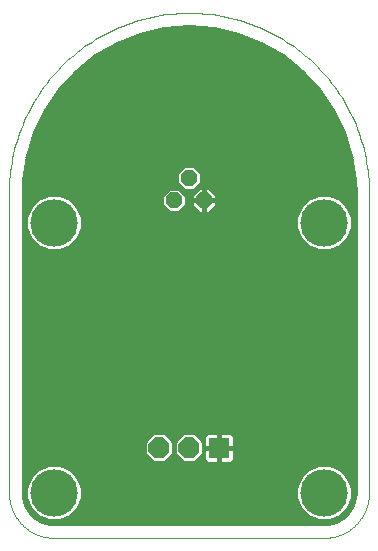
<source format=gbl>
G75*
%MOIN*%
%OFA0B0*%
%FSLAX25Y25*%
%IPPOS*%
%LPD*%
%AMOC8*
5,1,8,0,0,1.08239X$1,22.5*
%
%ADD10OC8,0.05200*%
%ADD11C,0.15811*%
%ADD12C,0.00000*%
%ADD13OC8,0.07000*%
%ADD14R,0.07000X0.07000*%
%ADD15C,0.01000*%
D10*
X0056500Y0114000D03*
X0061500Y0121500D03*
X0066500Y0114000D03*
D11*
X0106500Y0106500D03*
X0106500Y0016500D03*
X0016500Y0016500D03*
X0016500Y0106500D03*
D12*
X0001500Y0116500D02*
X0001500Y0016500D01*
X0001504Y0016138D01*
X0001518Y0015775D01*
X0001539Y0015413D01*
X0001570Y0015052D01*
X0001609Y0014692D01*
X0001657Y0014333D01*
X0001714Y0013975D01*
X0001779Y0013618D01*
X0001853Y0013263D01*
X0001936Y0012910D01*
X0002027Y0012559D01*
X0002126Y0012211D01*
X0002234Y0011865D01*
X0002350Y0011521D01*
X0002475Y0011181D01*
X0002607Y0010844D01*
X0002748Y0010510D01*
X0002897Y0010179D01*
X0003054Y0009852D01*
X0003218Y0009529D01*
X0003390Y0009210D01*
X0003570Y0008896D01*
X0003758Y0008585D01*
X0003953Y0008280D01*
X0004155Y0007979D01*
X0004365Y0007683D01*
X0004581Y0007393D01*
X0004805Y0007107D01*
X0005035Y0006827D01*
X0005272Y0006553D01*
X0005516Y0006285D01*
X0005766Y0006022D01*
X0006022Y0005766D01*
X0006285Y0005516D01*
X0006553Y0005272D01*
X0006827Y0005035D01*
X0007107Y0004805D01*
X0007393Y0004581D01*
X0007683Y0004365D01*
X0007979Y0004155D01*
X0008280Y0003953D01*
X0008585Y0003758D01*
X0008896Y0003570D01*
X0009210Y0003390D01*
X0009529Y0003218D01*
X0009852Y0003054D01*
X0010179Y0002897D01*
X0010510Y0002748D01*
X0010844Y0002607D01*
X0011181Y0002475D01*
X0011521Y0002350D01*
X0011865Y0002234D01*
X0012211Y0002126D01*
X0012559Y0002027D01*
X0012910Y0001936D01*
X0013263Y0001853D01*
X0013618Y0001779D01*
X0013975Y0001714D01*
X0014333Y0001657D01*
X0014692Y0001609D01*
X0015052Y0001570D01*
X0015413Y0001539D01*
X0015775Y0001518D01*
X0016138Y0001504D01*
X0016500Y0001500D01*
X0106500Y0001500D01*
X0106862Y0001504D01*
X0107225Y0001518D01*
X0107587Y0001539D01*
X0107948Y0001570D01*
X0108308Y0001609D01*
X0108667Y0001657D01*
X0109025Y0001714D01*
X0109382Y0001779D01*
X0109737Y0001853D01*
X0110090Y0001936D01*
X0110441Y0002027D01*
X0110789Y0002126D01*
X0111135Y0002234D01*
X0111479Y0002350D01*
X0111819Y0002475D01*
X0112156Y0002607D01*
X0112490Y0002748D01*
X0112821Y0002897D01*
X0113148Y0003054D01*
X0113471Y0003218D01*
X0113790Y0003390D01*
X0114104Y0003570D01*
X0114415Y0003758D01*
X0114720Y0003953D01*
X0115021Y0004155D01*
X0115317Y0004365D01*
X0115607Y0004581D01*
X0115893Y0004805D01*
X0116173Y0005035D01*
X0116447Y0005272D01*
X0116715Y0005516D01*
X0116978Y0005766D01*
X0117234Y0006022D01*
X0117484Y0006285D01*
X0117728Y0006553D01*
X0117965Y0006827D01*
X0118195Y0007107D01*
X0118419Y0007393D01*
X0118635Y0007683D01*
X0118845Y0007979D01*
X0119047Y0008280D01*
X0119242Y0008585D01*
X0119430Y0008896D01*
X0119610Y0009210D01*
X0119782Y0009529D01*
X0119946Y0009852D01*
X0120103Y0010179D01*
X0120252Y0010510D01*
X0120393Y0010844D01*
X0120525Y0011181D01*
X0120650Y0011521D01*
X0120766Y0011865D01*
X0120874Y0012211D01*
X0120973Y0012559D01*
X0121064Y0012910D01*
X0121147Y0013263D01*
X0121221Y0013618D01*
X0121286Y0013975D01*
X0121343Y0014333D01*
X0121391Y0014692D01*
X0121430Y0015052D01*
X0121461Y0015413D01*
X0121482Y0015775D01*
X0121496Y0016138D01*
X0121500Y0016500D01*
X0121500Y0116500D01*
X0121482Y0117961D01*
X0121429Y0119421D01*
X0121340Y0120880D01*
X0121216Y0122336D01*
X0121056Y0123788D01*
X0120861Y0125236D01*
X0120630Y0126679D01*
X0120365Y0128116D01*
X0120065Y0129546D01*
X0119730Y0130968D01*
X0119360Y0132382D01*
X0118956Y0133786D01*
X0118518Y0135180D01*
X0118046Y0136563D01*
X0117541Y0137934D01*
X0117002Y0139292D01*
X0116431Y0140637D01*
X0115827Y0141967D01*
X0115191Y0143283D01*
X0114523Y0144582D01*
X0113823Y0145865D01*
X0113092Y0147130D01*
X0112331Y0148378D01*
X0111540Y0149606D01*
X0110719Y0150815D01*
X0109869Y0152003D01*
X0108990Y0153170D01*
X0108083Y0154316D01*
X0107148Y0155439D01*
X0106186Y0156539D01*
X0105198Y0157615D01*
X0104184Y0158667D01*
X0103144Y0159694D01*
X0102080Y0160695D01*
X0100992Y0161671D01*
X0099880Y0162619D01*
X0098746Y0163540D01*
X0097589Y0164433D01*
X0096412Y0165297D01*
X0095213Y0166133D01*
X0093994Y0166939D01*
X0092756Y0167716D01*
X0091500Y0168462D01*
X0090226Y0169177D01*
X0088935Y0169861D01*
X0087627Y0170513D01*
X0086304Y0171133D01*
X0084966Y0171721D01*
X0083615Y0172276D01*
X0082250Y0172798D01*
X0080873Y0173286D01*
X0079484Y0173741D01*
X0078085Y0174162D01*
X0076676Y0174549D01*
X0075258Y0174901D01*
X0073832Y0175219D01*
X0072398Y0175502D01*
X0070958Y0175750D01*
X0069513Y0175963D01*
X0068062Y0176140D01*
X0066608Y0176282D01*
X0065151Y0176389D01*
X0063691Y0176460D01*
X0062231Y0176496D01*
X0060769Y0176496D01*
X0059309Y0176460D01*
X0057849Y0176389D01*
X0056392Y0176282D01*
X0054938Y0176140D01*
X0053487Y0175963D01*
X0052042Y0175750D01*
X0050602Y0175502D01*
X0049168Y0175219D01*
X0047742Y0174901D01*
X0046324Y0174549D01*
X0044915Y0174162D01*
X0043516Y0173741D01*
X0042127Y0173286D01*
X0040750Y0172798D01*
X0039385Y0172276D01*
X0038034Y0171721D01*
X0036696Y0171133D01*
X0035373Y0170513D01*
X0034065Y0169861D01*
X0032774Y0169177D01*
X0031500Y0168462D01*
X0030244Y0167716D01*
X0029006Y0166939D01*
X0027787Y0166133D01*
X0026588Y0165297D01*
X0025411Y0164433D01*
X0024254Y0163540D01*
X0023120Y0162619D01*
X0022008Y0161671D01*
X0020920Y0160695D01*
X0019856Y0159694D01*
X0018816Y0158667D01*
X0017802Y0157615D01*
X0016814Y0156539D01*
X0015852Y0155439D01*
X0014917Y0154316D01*
X0014010Y0153170D01*
X0013131Y0152003D01*
X0012281Y0150815D01*
X0011460Y0149606D01*
X0010669Y0148378D01*
X0009908Y0147130D01*
X0009177Y0145865D01*
X0008477Y0144582D01*
X0007809Y0143283D01*
X0007173Y0141967D01*
X0006569Y0140637D01*
X0005998Y0139292D01*
X0005459Y0137934D01*
X0004954Y0136563D01*
X0004482Y0135180D01*
X0004044Y0133786D01*
X0003640Y0132382D01*
X0003270Y0130968D01*
X0002935Y0129546D01*
X0002635Y0128116D01*
X0002370Y0126679D01*
X0002139Y0125236D01*
X0001944Y0123788D01*
X0001784Y0122336D01*
X0001660Y0120880D01*
X0001571Y0119421D01*
X0001518Y0117961D01*
X0001500Y0116500D01*
D13*
X0051500Y0031500D03*
X0061500Y0031500D03*
D14*
X0071500Y0031500D03*
D15*
X0008170Y0010108D02*
X0006799Y0012482D01*
X0006090Y0015129D01*
X0006000Y0016500D01*
X0006000Y0116500D01*
X0006155Y0120648D01*
X0007391Y0128850D01*
X0009836Y0136776D01*
X0013436Y0144250D01*
X0018108Y0151104D01*
X0023750Y0157184D01*
X0030236Y0162356D01*
X0037419Y0166504D01*
X0045141Y0169534D01*
X0053228Y0171380D01*
X0061500Y0172000D01*
X0069772Y0171380D01*
X0077859Y0169534D01*
X0085581Y0166504D01*
X0092764Y0162356D01*
X0099250Y0157184D01*
X0104892Y0151104D01*
X0109564Y0144250D01*
X0113163Y0136776D01*
X0115609Y0128850D01*
X0116845Y0120648D01*
X0117000Y0116500D01*
X0117000Y0016500D01*
X0116910Y0015129D01*
X0116201Y0012482D01*
X0114830Y0010108D01*
X0112892Y0008170D01*
X0110518Y0006799D01*
X0107871Y0006090D01*
X0106500Y0006000D01*
X0016500Y0006000D01*
X0015129Y0006090D01*
X0012482Y0006799D01*
X0010108Y0008170D01*
X0008170Y0010108D01*
X0007951Y0010487D02*
X0009495Y0010487D01*
X0008696Y0011285D02*
X0011285Y0008696D01*
X0014669Y0007294D01*
X0018331Y0007294D01*
X0021714Y0008696D01*
X0024304Y0011285D01*
X0025705Y0014669D01*
X0025705Y0018331D01*
X0024304Y0021714D01*
X0021714Y0024304D01*
X0018331Y0025705D01*
X0014669Y0025705D01*
X0011285Y0024304D01*
X0008696Y0021714D01*
X0007294Y0018331D01*
X0007294Y0014669D01*
X0008696Y0011285D01*
X0008613Y0011485D02*
X0007375Y0011485D01*
X0006799Y0012484D02*
X0008200Y0012484D01*
X0007786Y0013482D02*
X0006531Y0013482D01*
X0006264Y0014481D02*
X0007372Y0014481D01*
X0007294Y0015479D02*
X0006067Y0015479D01*
X0006001Y0016478D02*
X0007294Y0016478D01*
X0007294Y0017476D02*
X0006000Y0017476D01*
X0006000Y0018475D02*
X0007354Y0018475D01*
X0007768Y0019473D02*
X0006000Y0019473D01*
X0006000Y0020472D02*
X0008181Y0020472D01*
X0008595Y0021470D02*
X0006000Y0021470D01*
X0006000Y0022469D02*
X0009450Y0022469D01*
X0010449Y0023467D02*
X0006000Y0023467D01*
X0006000Y0024466D02*
X0011676Y0024466D01*
X0014087Y0025464D02*
X0006000Y0025464D01*
X0006000Y0026463D02*
X0117000Y0026463D01*
X0117000Y0027461D02*
X0076409Y0027461D01*
X0076398Y0027421D02*
X0076500Y0027803D01*
X0076500Y0031114D01*
X0071886Y0031114D01*
X0071886Y0031886D01*
X0076500Y0031886D01*
X0076500Y0035197D01*
X0076398Y0035579D01*
X0076200Y0035921D01*
X0075921Y0036200D01*
X0075579Y0036398D01*
X0075197Y0036500D01*
X0071886Y0036500D01*
X0071886Y0031886D01*
X0071114Y0031886D01*
X0071114Y0036500D01*
X0067803Y0036500D01*
X0067421Y0036398D01*
X0067079Y0036200D01*
X0066800Y0035921D01*
X0066602Y0035579D01*
X0066500Y0035197D01*
X0066500Y0031886D01*
X0071114Y0031886D01*
X0071114Y0031114D01*
X0071886Y0031114D01*
X0071886Y0026500D01*
X0075197Y0026500D01*
X0075579Y0026602D01*
X0075921Y0026800D01*
X0076200Y0027079D01*
X0076398Y0027421D01*
X0076500Y0028460D02*
X0117000Y0028460D01*
X0117000Y0029458D02*
X0076500Y0029458D01*
X0076500Y0030457D02*
X0117000Y0030457D01*
X0117000Y0031455D02*
X0071886Y0031455D01*
X0071114Y0031455D02*
X0066300Y0031455D01*
X0066500Y0031114D02*
X0066500Y0027803D01*
X0066602Y0027421D01*
X0066800Y0027079D01*
X0067079Y0026800D01*
X0067421Y0026602D01*
X0067803Y0026500D01*
X0071114Y0026500D01*
X0071114Y0031114D01*
X0066500Y0031114D01*
X0066500Y0030457D02*
X0066300Y0030457D01*
X0066300Y0029512D02*
X0063488Y0026700D01*
X0059512Y0026700D01*
X0056700Y0029512D01*
X0056700Y0033488D01*
X0059512Y0036300D01*
X0063488Y0036300D01*
X0066300Y0033488D01*
X0066300Y0029512D01*
X0066247Y0029458D02*
X0066500Y0029458D01*
X0066500Y0028460D02*
X0065248Y0028460D01*
X0064250Y0027461D02*
X0066591Y0027461D01*
X0071114Y0027461D02*
X0071886Y0027461D01*
X0071886Y0028460D02*
X0071114Y0028460D01*
X0071114Y0029458D02*
X0071886Y0029458D01*
X0071886Y0030457D02*
X0071114Y0030457D01*
X0071114Y0032454D02*
X0071886Y0032454D01*
X0071886Y0033452D02*
X0071114Y0033452D01*
X0071114Y0034451D02*
X0071886Y0034451D01*
X0071886Y0035449D02*
X0071114Y0035449D01*
X0071114Y0036448D02*
X0071886Y0036448D01*
X0075392Y0036448D02*
X0117000Y0036448D01*
X0117000Y0037446D02*
X0006000Y0037446D01*
X0006000Y0036448D02*
X0067608Y0036448D01*
X0066568Y0035449D02*
X0064339Y0035449D01*
X0065337Y0034451D02*
X0066500Y0034451D01*
X0066500Y0033452D02*
X0066300Y0033452D01*
X0066300Y0032454D02*
X0066500Y0032454D01*
X0058661Y0035449D02*
X0054339Y0035449D01*
X0053488Y0036300D02*
X0049512Y0036300D01*
X0046700Y0033488D01*
X0046700Y0029512D01*
X0049512Y0026700D01*
X0053488Y0026700D01*
X0056300Y0029512D01*
X0056300Y0033488D01*
X0053488Y0036300D01*
X0055337Y0034451D02*
X0057663Y0034451D01*
X0056700Y0033452D02*
X0056300Y0033452D01*
X0056300Y0032454D02*
X0056700Y0032454D01*
X0056700Y0031455D02*
X0056300Y0031455D01*
X0056300Y0030457D02*
X0056700Y0030457D01*
X0056753Y0029458D02*
X0056247Y0029458D01*
X0055248Y0028460D02*
X0057752Y0028460D01*
X0058750Y0027461D02*
X0054250Y0027461D01*
X0048750Y0027461D02*
X0006000Y0027461D01*
X0006000Y0028460D02*
X0047752Y0028460D01*
X0046753Y0029458D02*
X0006000Y0029458D01*
X0006000Y0030457D02*
X0046700Y0030457D01*
X0046700Y0031455D02*
X0006000Y0031455D01*
X0006000Y0032454D02*
X0046700Y0032454D01*
X0046700Y0033452D02*
X0006000Y0033452D01*
X0006000Y0034451D02*
X0047663Y0034451D01*
X0048661Y0035449D02*
X0006000Y0035449D01*
X0006000Y0038445D02*
X0117000Y0038445D01*
X0117000Y0039443D02*
X0006000Y0039443D01*
X0006000Y0040442D02*
X0117000Y0040442D01*
X0117000Y0041440D02*
X0006000Y0041440D01*
X0006000Y0042439D02*
X0117000Y0042439D01*
X0117000Y0043437D02*
X0006000Y0043437D01*
X0006000Y0044436D02*
X0117000Y0044436D01*
X0117000Y0045434D02*
X0006000Y0045434D01*
X0006000Y0046433D02*
X0117000Y0046433D01*
X0117000Y0047432D02*
X0006000Y0047432D01*
X0006000Y0048430D02*
X0117000Y0048430D01*
X0117000Y0049429D02*
X0006000Y0049429D01*
X0006000Y0050427D02*
X0117000Y0050427D01*
X0117000Y0051426D02*
X0006000Y0051426D01*
X0006000Y0052424D02*
X0117000Y0052424D01*
X0117000Y0053423D02*
X0006000Y0053423D01*
X0006000Y0054421D02*
X0117000Y0054421D01*
X0117000Y0055420D02*
X0006000Y0055420D01*
X0006000Y0056418D02*
X0117000Y0056418D01*
X0117000Y0057417D02*
X0006000Y0057417D01*
X0006000Y0058415D02*
X0117000Y0058415D01*
X0117000Y0059414D02*
X0006000Y0059414D01*
X0006000Y0060412D02*
X0117000Y0060412D01*
X0117000Y0061411D02*
X0006000Y0061411D01*
X0006000Y0062409D02*
X0117000Y0062409D01*
X0117000Y0063408D02*
X0006000Y0063408D01*
X0006000Y0064406D02*
X0117000Y0064406D01*
X0117000Y0065405D02*
X0006000Y0065405D01*
X0006000Y0066403D02*
X0117000Y0066403D01*
X0117000Y0067402D02*
X0006000Y0067402D01*
X0006000Y0068400D02*
X0117000Y0068400D01*
X0117000Y0069399D02*
X0006000Y0069399D01*
X0006000Y0070397D02*
X0117000Y0070397D01*
X0117000Y0071396D02*
X0006000Y0071396D01*
X0006000Y0072394D02*
X0117000Y0072394D01*
X0117000Y0073393D02*
X0006000Y0073393D01*
X0006000Y0074391D02*
X0117000Y0074391D01*
X0117000Y0075390D02*
X0006000Y0075390D01*
X0006000Y0076388D02*
X0117000Y0076388D01*
X0117000Y0077387D02*
X0006000Y0077387D01*
X0006000Y0078385D02*
X0117000Y0078385D01*
X0117000Y0079384D02*
X0006000Y0079384D01*
X0006000Y0080382D02*
X0117000Y0080382D01*
X0117000Y0081381D02*
X0006000Y0081381D01*
X0006000Y0082379D02*
X0117000Y0082379D01*
X0117000Y0083378D02*
X0006000Y0083378D01*
X0006000Y0084376D02*
X0117000Y0084376D01*
X0117000Y0085375D02*
X0006000Y0085375D01*
X0006000Y0086373D02*
X0117000Y0086373D01*
X0117000Y0087372D02*
X0006000Y0087372D01*
X0006000Y0088370D02*
X0117000Y0088370D01*
X0117000Y0089369D02*
X0006000Y0089369D01*
X0006000Y0090368D02*
X0117000Y0090368D01*
X0117000Y0091366D02*
X0006000Y0091366D01*
X0006000Y0092365D02*
X0117000Y0092365D01*
X0117000Y0093363D02*
X0006000Y0093363D01*
X0006000Y0094362D02*
X0117000Y0094362D01*
X0117000Y0095360D02*
X0006000Y0095360D01*
X0006000Y0096359D02*
X0117000Y0096359D01*
X0117000Y0097357D02*
X0108482Y0097357D01*
X0108331Y0097294D02*
X0111714Y0098696D01*
X0114304Y0101285D01*
X0115705Y0104669D01*
X0115705Y0108331D01*
X0114304Y0111714D01*
X0111714Y0114304D01*
X0108331Y0115705D01*
X0104669Y0115705D01*
X0101285Y0114304D01*
X0098696Y0111714D01*
X0097294Y0108331D01*
X0097294Y0104669D01*
X0098696Y0101285D01*
X0101285Y0098696D01*
X0104669Y0097294D01*
X0108331Y0097294D01*
X0110893Y0098356D02*
X0117000Y0098356D01*
X0117000Y0099354D02*
X0112373Y0099354D01*
X0113371Y0100353D02*
X0117000Y0100353D01*
X0117000Y0101351D02*
X0114331Y0101351D01*
X0114745Y0102350D02*
X0117000Y0102350D01*
X0117000Y0103348D02*
X0115158Y0103348D01*
X0115572Y0104347D02*
X0117000Y0104347D01*
X0117000Y0105345D02*
X0115705Y0105345D01*
X0115705Y0106344D02*
X0117000Y0106344D01*
X0117000Y0107342D02*
X0115705Y0107342D01*
X0115702Y0108341D02*
X0117000Y0108341D01*
X0117000Y0109339D02*
X0115288Y0109339D01*
X0114874Y0110338D02*
X0117000Y0110338D01*
X0117000Y0111336D02*
X0114461Y0111336D01*
X0113684Y0112335D02*
X0117000Y0112335D01*
X0117000Y0113333D02*
X0112685Y0113333D01*
X0111648Y0114332D02*
X0117000Y0114332D01*
X0117000Y0115330D02*
X0109237Y0115330D01*
X0103763Y0115330D02*
X0070600Y0115330D01*
X0070600Y0115698D02*
X0068198Y0118100D01*
X0066800Y0118100D01*
X0066800Y0114300D01*
X0070600Y0114300D01*
X0070600Y0115698D01*
X0069969Y0116329D02*
X0117000Y0116329D01*
X0116969Y0117327D02*
X0068971Y0117327D01*
X0070600Y0114332D02*
X0101352Y0114332D01*
X0100315Y0113333D02*
X0070600Y0113333D01*
X0070600Y0113700D02*
X0066800Y0113700D01*
X0066800Y0114300D01*
X0066200Y0114300D01*
X0066200Y0118100D01*
X0064802Y0118100D01*
X0062400Y0115698D01*
X0062400Y0114300D01*
X0066200Y0114300D01*
X0066200Y0113700D01*
X0066800Y0113700D01*
X0066800Y0109900D01*
X0068198Y0109900D01*
X0070600Y0112302D01*
X0070600Y0113700D01*
X0070600Y0112335D02*
X0099316Y0112335D01*
X0098539Y0111336D02*
X0069635Y0111336D01*
X0068636Y0110338D02*
X0098126Y0110338D01*
X0097712Y0109339D02*
X0025288Y0109339D01*
X0025702Y0108341D02*
X0097298Y0108341D01*
X0097294Y0107342D02*
X0025705Y0107342D01*
X0025705Y0108331D02*
X0024304Y0111714D01*
X0021714Y0114304D01*
X0018331Y0115705D01*
X0014669Y0115705D01*
X0011285Y0114304D01*
X0008696Y0111714D01*
X0007294Y0108331D01*
X0007294Y0104669D01*
X0008696Y0101285D01*
X0011285Y0098696D01*
X0014669Y0097294D01*
X0018331Y0097294D01*
X0021714Y0098696D01*
X0024304Y0101285D01*
X0025705Y0104669D01*
X0025705Y0108331D01*
X0025705Y0106344D02*
X0097294Y0106344D01*
X0097294Y0105345D02*
X0025705Y0105345D01*
X0025572Y0104347D02*
X0097428Y0104347D01*
X0097842Y0103348D02*
X0025158Y0103348D01*
X0024745Y0102350D02*
X0098255Y0102350D01*
X0098669Y0101351D02*
X0024331Y0101351D01*
X0023371Y0100353D02*
X0099629Y0100353D01*
X0100627Y0099354D02*
X0022373Y0099354D01*
X0020893Y0098356D02*
X0102107Y0098356D01*
X0104518Y0097357D02*
X0018482Y0097357D01*
X0014518Y0097357D02*
X0006000Y0097357D01*
X0006000Y0098356D02*
X0012107Y0098356D01*
X0010627Y0099354D02*
X0006000Y0099354D01*
X0006000Y0100353D02*
X0009629Y0100353D01*
X0008669Y0101351D02*
X0006000Y0101351D01*
X0006000Y0102350D02*
X0008255Y0102350D01*
X0007842Y0103348D02*
X0006000Y0103348D01*
X0006000Y0104347D02*
X0007428Y0104347D01*
X0007294Y0105345D02*
X0006000Y0105345D01*
X0006000Y0106344D02*
X0007294Y0106344D01*
X0007294Y0107342D02*
X0006000Y0107342D01*
X0006000Y0108341D02*
X0007298Y0108341D01*
X0007712Y0109339D02*
X0006000Y0109339D01*
X0006000Y0110338D02*
X0008126Y0110338D01*
X0008539Y0111336D02*
X0006000Y0111336D01*
X0006000Y0112335D02*
X0009316Y0112335D01*
X0010315Y0113333D02*
X0006000Y0113333D01*
X0006000Y0114332D02*
X0011352Y0114332D01*
X0013763Y0115330D02*
X0006000Y0115330D01*
X0006000Y0116329D02*
X0053313Y0116329D01*
X0052600Y0115615D02*
X0052600Y0112385D01*
X0054885Y0110100D01*
X0058115Y0110100D01*
X0060400Y0112385D01*
X0060400Y0115615D01*
X0058115Y0117900D01*
X0054885Y0117900D01*
X0052600Y0115615D01*
X0052600Y0115330D02*
X0019237Y0115330D01*
X0021648Y0114332D02*
X0052600Y0114332D01*
X0052600Y0113333D02*
X0022685Y0113333D01*
X0023684Y0112335D02*
X0052650Y0112335D01*
X0053648Y0111336D02*
X0024461Y0111336D01*
X0024874Y0110338D02*
X0054647Y0110338D01*
X0058353Y0110338D02*
X0064364Y0110338D01*
X0064802Y0109900D02*
X0066200Y0109900D01*
X0066200Y0113700D01*
X0062400Y0113700D01*
X0062400Y0112302D01*
X0064802Y0109900D01*
X0066200Y0110338D02*
X0066800Y0110338D01*
X0066800Y0111336D02*
X0066200Y0111336D01*
X0066200Y0112335D02*
X0066800Y0112335D01*
X0066800Y0113333D02*
X0066200Y0113333D01*
X0066200Y0114332D02*
X0066800Y0114332D01*
X0066800Y0115330D02*
X0066200Y0115330D01*
X0066200Y0116329D02*
X0066800Y0116329D01*
X0066800Y0117327D02*
X0066200Y0117327D01*
X0064029Y0117327D02*
X0058688Y0117327D01*
X0059159Y0118326D02*
X0006068Y0118326D01*
X0006106Y0119324D02*
X0058160Y0119324D01*
X0057600Y0119885D02*
X0059885Y0117600D01*
X0063115Y0117600D01*
X0065400Y0119885D01*
X0065400Y0123115D01*
X0063115Y0125400D01*
X0059885Y0125400D01*
X0057600Y0123115D01*
X0057600Y0119885D01*
X0057600Y0120323D02*
X0006143Y0120323D01*
X0006257Y0121321D02*
X0057600Y0121321D01*
X0057600Y0122320D02*
X0006407Y0122320D01*
X0006558Y0123318D02*
X0057803Y0123318D01*
X0058801Y0124317D02*
X0006708Y0124317D01*
X0006859Y0125315D02*
X0059800Y0125315D01*
X0063200Y0125315D02*
X0116141Y0125315D01*
X0116292Y0124317D02*
X0064199Y0124317D01*
X0065197Y0123318D02*
X0116442Y0123318D01*
X0116593Y0122320D02*
X0065400Y0122320D01*
X0065400Y0121321D02*
X0116743Y0121321D01*
X0116857Y0120323D02*
X0065400Y0120323D01*
X0064840Y0119324D02*
X0116894Y0119324D01*
X0116932Y0118326D02*
X0063841Y0118326D01*
X0063031Y0116329D02*
X0059687Y0116329D01*
X0060400Y0115330D02*
X0062400Y0115330D01*
X0062400Y0114332D02*
X0060400Y0114332D01*
X0060400Y0113333D02*
X0062400Y0113333D01*
X0062400Y0112335D02*
X0060350Y0112335D01*
X0059352Y0111336D02*
X0063365Y0111336D01*
X0054312Y0117327D02*
X0006031Y0117327D01*
X0007009Y0126314D02*
X0115991Y0126314D01*
X0115840Y0127312D02*
X0007160Y0127312D01*
X0007310Y0128311D02*
X0115690Y0128311D01*
X0115467Y0129309D02*
X0007533Y0129309D01*
X0007841Y0130308D02*
X0115159Y0130308D01*
X0114851Y0131306D02*
X0008149Y0131306D01*
X0008457Y0132305D02*
X0114543Y0132305D01*
X0114235Y0133303D02*
X0008765Y0133303D01*
X0009073Y0134302D02*
X0113927Y0134302D01*
X0113619Y0135301D02*
X0009381Y0135301D01*
X0009689Y0136299D02*
X0113311Y0136299D01*
X0112913Y0137298D02*
X0010087Y0137298D01*
X0010568Y0138296D02*
X0112432Y0138296D01*
X0111951Y0139295D02*
X0011049Y0139295D01*
X0011530Y0140293D02*
X0111470Y0140293D01*
X0110989Y0141292D02*
X0012011Y0141292D01*
X0012492Y0142290D02*
X0110508Y0142290D01*
X0110027Y0143289D02*
X0012973Y0143289D01*
X0013461Y0144287D02*
X0109539Y0144287D01*
X0108858Y0145286D02*
X0014142Y0145286D01*
X0014822Y0146284D02*
X0108178Y0146284D01*
X0107497Y0147283D02*
X0015503Y0147283D01*
X0016184Y0148281D02*
X0106816Y0148281D01*
X0106135Y0149280D02*
X0016865Y0149280D01*
X0017546Y0150278D02*
X0105454Y0150278D01*
X0104731Y0151277D02*
X0018269Y0151277D01*
X0019195Y0152275D02*
X0103805Y0152275D01*
X0102878Y0153274D02*
X0020122Y0153274D01*
X0021048Y0154272D02*
X0101952Y0154272D01*
X0101025Y0155271D02*
X0021975Y0155271D01*
X0022901Y0156269D02*
X0100099Y0156269D01*
X0099145Y0157268D02*
X0023855Y0157268D01*
X0025107Y0158266D02*
X0097893Y0158266D01*
X0096641Y0159265D02*
X0026359Y0159265D01*
X0027611Y0160263D02*
X0095389Y0160263D01*
X0094137Y0161262D02*
X0028863Y0161262D01*
X0030115Y0162260D02*
X0092885Y0162260D01*
X0091201Y0163259D02*
X0031799Y0163259D01*
X0033529Y0164257D02*
X0089471Y0164257D01*
X0087742Y0165256D02*
X0035258Y0165256D01*
X0036987Y0166254D02*
X0086013Y0166254D01*
X0083672Y0167253D02*
X0039328Y0167253D01*
X0041872Y0168251D02*
X0081128Y0168251D01*
X0078584Y0169250D02*
X0044416Y0169250D01*
X0048270Y0170248D02*
X0074730Y0170248D01*
X0070355Y0171247D02*
X0052645Y0171247D01*
X0076432Y0035449D02*
X0117000Y0035449D01*
X0117000Y0034451D02*
X0076500Y0034451D01*
X0076500Y0033452D02*
X0117000Y0033452D01*
X0117000Y0032454D02*
X0076500Y0032454D01*
X0098696Y0021714D02*
X0097294Y0018331D01*
X0097294Y0014669D01*
X0098696Y0011285D01*
X0101285Y0008696D01*
X0104669Y0007294D01*
X0108331Y0007294D01*
X0111714Y0008696D01*
X0114304Y0011285D01*
X0115705Y0014669D01*
X0115705Y0018331D01*
X0114304Y0021714D01*
X0111714Y0024304D01*
X0108331Y0025705D01*
X0104669Y0025705D01*
X0101285Y0024304D01*
X0098696Y0021714D01*
X0098595Y0021470D02*
X0024405Y0021470D01*
X0024819Y0020472D02*
X0098181Y0020472D01*
X0097768Y0019473D02*
X0025232Y0019473D01*
X0025646Y0018475D02*
X0097354Y0018475D01*
X0097294Y0017476D02*
X0025705Y0017476D01*
X0025705Y0016478D02*
X0097294Y0016478D01*
X0097294Y0015479D02*
X0025705Y0015479D01*
X0025628Y0014481D02*
X0097372Y0014481D01*
X0097786Y0013482D02*
X0025214Y0013482D01*
X0024800Y0012484D02*
X0098200Y0012484D01*
X0098613Y0011485D02*
X0024387Y0011485D01*
X0023505Y0010487D02*
X0099495Y0010487D01*
X0100493Y0009488D02*
X0022507Y0009488D01*
X0021216Y0008490D02*
X0101784Y0008490D01*
X0104194Y0007491D02*
X0018806Y0007491D01*
X0014194Y0007491D02*
X0011284Y0007491D01*
X0011784Y0008490D02*
X0009788Y0008490D01*
X0010493Y0009488D02*
X0008790Y0009488D01*
X0013626Y0006493D02*
X0109374Y0006493D01*
X0108806Y0007491D02*
X0111716Y0007491D01*
X0111216Y0008490D02*
X0113212Y0008490D01*
X0112507Y0009488D02*
X0114210Y0009488D01*
X0113505Y0010487D02*
X0115049Y0010487D01*
X0115625Y0011485D02*
X0114387Y0011485D01*
X0114800Y0012484D02*
X0116201Y0012484D01*
X0116469Y0013482D02*
X0115214Y0013482D01*
X0115628Y0014481D02*
X0116736Y0014481D01*
X0116933Y0015479D02*
X0115705Y0015479D01*
X0115705Y0016478D02*
X0116999Y0016478D01*
X0117000Y0017476D02*
X0115705Y0017476D01*
X0115646Y0018475D02*
X0117000Y0018475D01*
X0117000Y0019473D02*
X0115232Y0019473D01*
X0114819Y0020472D02*
X0117000Y0020472D01*
X0117000Y0021470D02*
X0114405Y0021470D01*
X0113550Y0022469D02*
X0117000Y0022469D01*
X0117000Y0023467D02*
X0112551Y0023467D01*
X0111324Y0024466D02*
X0117000Y0024466D01*
X0117000Y0025464D02*
X0108913Y0025464D01*
X0104087Y0025464D02*
X0018913Y0025464D01*
X0021324Y0024466D02*
X0101676Y0024466D01*
X0100449Y0023467D02*
X0022551Y0023467D01*
X0023550Y0022469D02*
X0099450Y0022469D01*
M02*

</source>
